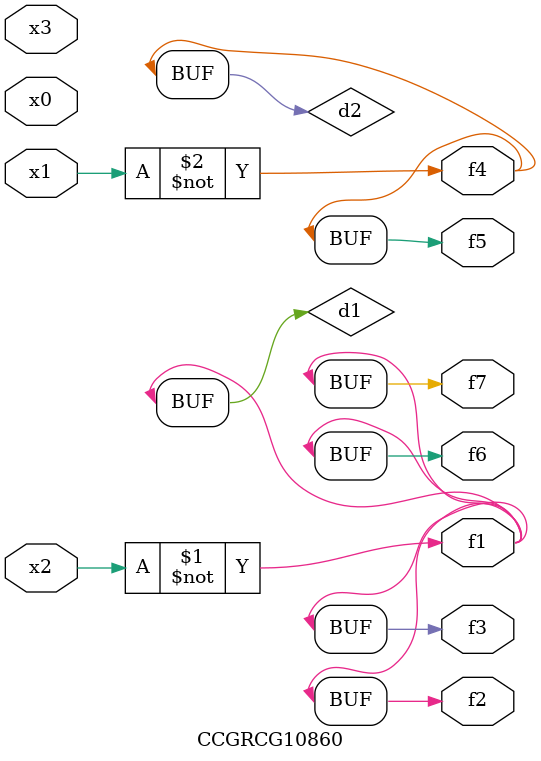
<source format=v>
module CCGRCG10860(
	input x0, x1, x2, x3,
	output f1, f2, f3, f4, f5, f6, f7
);

	wire d1, d2;

	xnor (d1, x2);
	not (d2, x1);
	assign f1 = d1;
	assign f2 = d1;
	assign f3 = d1;
	assign f4 = d2;
	assign f5 = d2;
	assign f6 = d1;
	assign f7 = d1;
endmodule

</source>
